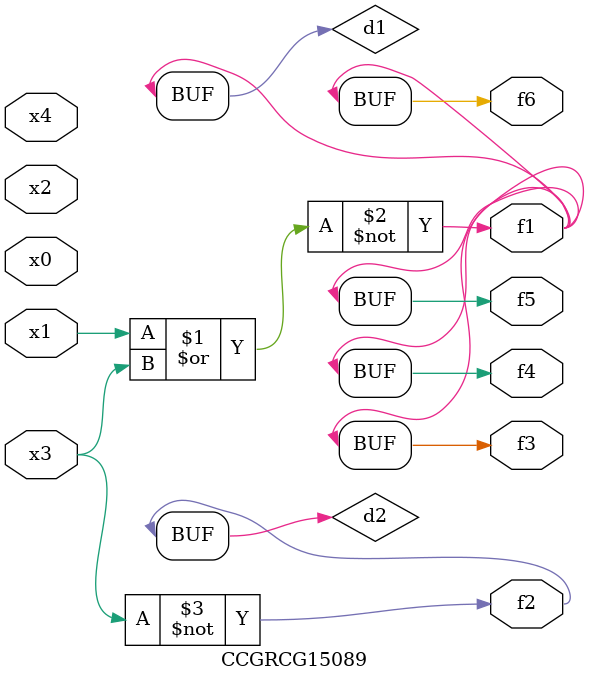
<source format=v>
module CCGRCG15089(
	input x0, x1, x2, x3, x4,
	output f1, f2, f3, f4, f5, f6
);

	wire d1, d2;

	nor (d1, x1, x3);
	not (d2, x3);
	assign f1 = d1;
	assign f2 = d2;
	assign f3 = d1;
	assign f4 = d1;
	assign f5 = d1;
	assign f6 = d1;
endmodule

</source>
